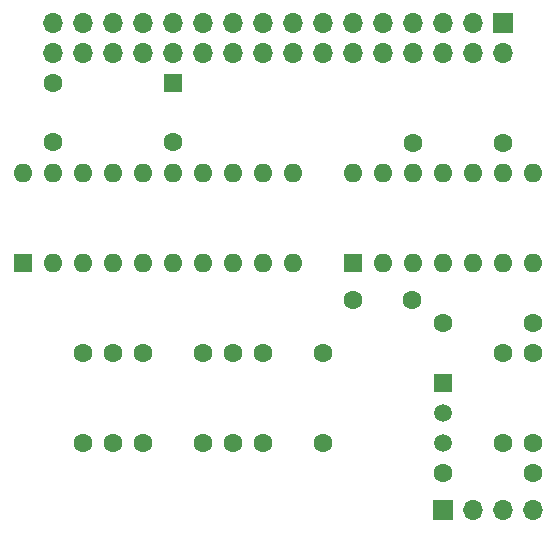
<source format=gbr>
%TF.GenerationSoftware,KiCad,Pcbnew,(6.0.5)*%
%TF.CreationDate,2022-06-01T11:59:12+02:00*%
%TF.ProjectId,ega_composite_output_feature_adapter,6567615f-6665-4617-9475-72655f616461,rev?*%
%TF.SameCoordinates,Original*%
%TF.FileFunction,Soldermask,Bot*%
%TF.FilePolarity,Negative*%
%FSLAX46Y46*%
G04 Gerber Fmt 4.6, Leading zero omitted, Abs format (unit mm)*
G04 Created by KiCad (PCBNEW (6.0.5)) date 2022-06-01 11:59:12*
%MOMM*%
%LPD*%
G01*
G04 APERTURE LIST*
%ADD10C,1.600000*%
%ADD11R,1.700000X1.700000*%
%ADD12O,1.700000X1.700000*%
%ADD13R,1.600000X1.600000*%
%ADD14R,1.500000X1.500000*%
%ADD15C,1.500000*%
%ADD16O,1.600000X1.600000*%
G04 APERTURE END LIST*
D10*
%TO.C,REF\u002A\u002A*%
X142240000Y-93980000D03*
X142240000Y-86360000D03*
%TD*%
D11*
%TO.C,REF\u002A\u002A*%
X167650000Y-99695000D03*
D12*
X170190000Y-99695000D03*
X172730000Y-99695000D03*
X175270000Y-99695000D03*
%TD*%
D13*
%TO.C,REF\u002A\u002A*%
X144780000Y-63540000D03*
D10*
X144780000Y-68540000D03*
%TD*%
%TO.C,REF\u002A\u002A*%
X147320000Y-93980000D03*
X147320000Y-86360000D03*
%TD*%
%TO.C,REF\u002A\u002A*%
X137160000Y-93980000D03*
X137160000Y-86360000D03*
%TD*%
%TO.C,REF\u002A\u002A*%
X149860000Y-93980000D03*
X149860000Y-86360000D03*
%TD*%
%TO.C,REF\u002A\u002A*%
X134620000Y-68540000D03*
X134620000Y-63540000D03*
%TD*%
%TO.C,REF\u002A\u002A*%
X172720000Y-93980000D03*
X172720000Y-86360000D03*
%TD*%
D14*
%TO.C,REF\u002A\u002A*%
X167640000Y-88900000D03*
D15*
X167640000Y-91440000D03*
X167640000Y-93980000D03*
%TD*%
D10*
%TO.C,REF\u002A\u002A*%
X139700000Y-93980000D03*
X139700000Y-86360000D03*
%TD*%
%TO.C,REF\u002A\u002A*%
X172720000Y-68580000D03*
X165100000Y-68580000D03*
%TD*%
D13*
%TO.C,REF\u002A\u002A*%
X160020000Y-78740000D03*
D16*
X162560000Y-78740000D03*
X165100000Y-78740000D03*
X167640000Y-78740000D03*
X170180000Y-78740000D03*
X172720000Y-78740000D03*
X175260000Y-78740000D03*
X175260000Y-71120000D03*
X172720000Y-71120000D03*
X170180000Y-71120000D03*
X167640000Y-71120000D03*
X165100000Y-71120000D03*
X162560000Y-71120000D03*
X160020000Y-71120000D03*
%TD*%
D10*
%TO.C,REF\u002A\u002A*%
X160020000Y-81915000D03*
X165020000Y-81915000D03*
%TD*%
%TO.C,REF\u002A\u002A*%
X167640000Y-96520000D03*
X175260000Y-96520000D03*
%TD*%
%TO.C,REF\u002A\u002A*%
X175260000Y-93980000D03*
X175260000Y-86360000D03*
%TD*%
%TO.C,REF\u002A\u002A*%
X157480000Y-93980000D03*
X157480000Y-86360000D03*
%TD*%
D13*
%TO.C,REF\u002A\u002A*%
X132080000Y-78740000D03*
D16*
X134620000Y-78740000D03*
X137160000Y-78740000D03*
X139700000Y-78740000D03*
X142240000Y-78740000D03*
X144780000Y-78740000D03*
X147320000Y-78740000D03*
X149860000Y-78740000D03*
X152400000Y-78740000D03*
X154940000Y-78740000D03*
X154940000Y-71120000D03*
X152400000Y-71120000D03*
X149860000Y-71120000D03*
X147320000Y-71120000D03*
X144780000Y-71120000D03*
X142240000Y-71120000D03*
X139700000Y-71120000D03*
X137160000Y-71120000D03*
X134620000Y-71120000D03*
X132080000Y-71120000D03*
%TD*%
D10*
%TO.C,REF\u002A\u002A*%
X152400000Y-93980000D03*
X152400000Y-86360000D03*
%TD*%
%TO.C,REF\u002A\u002A*%
X167640000Y-83820000D03*
X175260000Y-83820000D03*
%TD*%
D11*
%TO.C,REF\u002A\u002A*%
X172720000Y-58415000D03*
D12*
X172720000Y-60955000D03*
X170180000Y-58415000D03*
X170180000Y-60955000D03*
X167640000Y-58415000D03*
X167640000Y-60955000D03*
X165100000Y-58415000D03*
X165100000Y-60955000D03*
X162560000Y-58415000D03*
X162560000Y-60955000D03*
X160020000Y-58415000D03*
X160020000Y-60955000D03*
X157480000Y-58415000D03*
X157480000Y-60955000D03*
X154940000Y-58415000D03*
X154940000Y-60955000D03*
X152400000Y-58415000D03*
X152400000Y-60955000D03*
X149860000Y-58415000D03*
X149860000Y-60955000D03*
X147320000Y-58415000D03*
X147320000Y-60955000D03*
X144780000Y-58415000D03*
X144780000Y-60955000D03*
X142240000Y-58415000D03*
X142240000Y-60955000D03*
X139700000Y-58415000D03*
X139700000Y-60955000D03*
X137160000Y-58415000D03*
X137160000Y-60955000D03*
X134620000Y-58415000D03*
X134620000Y-60955000D03*
%TD*%
M02*

</source>
